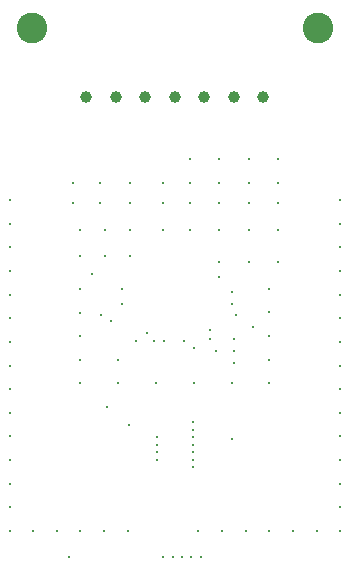
<source format=gbr>
%TF.GenerationSoftware,Altium Limited,Altium Designer,22.1.2 (22)*%
G04 Layer_Color=0*
%FSLAX26Y26*%
%MOIN*%
%TF.SameCoordinates,E27AF617-6D1A-405A-B533-5A9FBCB34AAC*%
%TF.FilePolarity,Positive*%
%TF.FileFunction,Plated,1,4,PTH,Drill*%
%TF.Part,Single*%
G01*
G75*
%TA.AperFunction,ComponentDrill*%
%ADD52C,0.039370*%
%TA.AperFunction,OtherDrill,Pad Free-1 (-476.378mil,1891.732mil)*%
%ADD53C,0.102362*%
%TA.AperFunction,OtherDrill,Pad Free-2 (476.378mil,1891.732mil)*%
%ADD54C,0.102362*%
%TA.AperFunction,ViaDrill,NotFilled*%
%ADD55C,0.007874*%
D52*
X-295276Y1663386D02*
D03*
X-196850D02*
D03*
X-98425D02*
D03*
X0D02*
D03*
X98425D02*
D03*
X196850D02*
D03*
X295276D02*
D03*
D53*
X-476378Y1891732D02*
D03*
D54*
X476378D02*
D03*
D55*
X472440Y216536D02*
D03*
X393700D02*
D03*
X314960D02*
D03*
X236220D02*
D03*
X157480D02*
D03*
X78740D02*
D03*
X-157481D02*
D03*
X-236221D02*
D03*
X-314961D02*
D03*
X-393701D02*
D03*
X-472441D02*
D03*
X551181Y1318898D02*
D03*
Y1240158D02*
D03*
Y1161417D02*
D03*
Y1082677D02*
D03*
Y1003937D02*
D03*
Y925197D02*
D03*
Y846457D02*
D03*
Y767717D02*
D03*
Y688977D02*
D03*
Y610237D02*
D03*
Y531497D02*
D03*
Y452757D02*
D03*
Y374016D02*
D03*
Y295276D02*
D03*
Y216536D02*
D03*
X-551181D02*
D03*
Y295276D02*
D03*
Y374016D02*
D03*
Y452757D02*
D03*
Y531497D02*
D03*
Y610237D02*
D03*
Y688977D02*
D03*
Y767717D02*
D03*
Y846457D02*
D03*
Y925197D02*
D03*
Y1003937D02*
D03*
Y1082677D02*
D03*
Y1161417D02*
D03*
Y1240158D02*
D03*
Y1318898D02*
D03*
X-354331Y129095D02*
D03*
X-152953Y570866D02*
D03*
X189764Y522500D02*
D03*
X204724Y935039D02*
D03*
X-213386Y915354D02*
D03*
X-277165Y1072835D02*
D03*
X61024Y554646D02*
D03*
X61041Y529663D02*
D03*
X61024Y504626D02*
D03*
X-225590Y629921D02*
D03*
X-314960Y942975D02*
D03*
Y1023622D02*
D03*
X-247244Y935039D02*
D03*
X-61024Y504626D02*
D03*
Y529646D02*
D03*
Y479606D02*
D03*
Y454606D02*
D03*
X-7874Y129095D02*
D03*
X-39370D02*
D03*
X259055Y895669D02*
D03*
X62992Y708662D02*
D03*
X65000Y825000D02*
D03*
X118110Y885315D02*
D03*
Y856299D02*
D03*
X137795Y816929D02*
D03*
X61024Y429606D02*
D03*
Y579646D02*
D03*
Y454606D02*
D03*
Y479606D02*
D03*
X-35000Y850394D02*
D03*
X-94488Y875984D02*
D03*
X-68898Y850394D02*
D03*
X-130000D02*
D03*
X-188976Y787402D02*
D03*
X-177165Y974409D02*
D03*
X-314960Y1131923D02*
D03*
X-177165Y1023622D02*
D03*
X-314960Y866142D02*
D03*
Y787402D02*
D03*
X-314961Y708662D02*
D03*
X-188976D02*
D03*
X-62992D02*
D03*
X188976D02*
D03*
X196850Y777559D02*
D03*
Y816929D02*
D03*
Y856299D02*
D03*
X190000Y974409D02*
D03*
Y1013779D02*
D03*
X314960Y708662D02*
D03*
X314961Y787402D02*
D03*
Y866142D02*
D03*
Y944882D02*
D03*
X29528Y850394D02*
D03*
X147638Y1062992D02*
D03*
X342520Y1114173D02*
D03*
X314961Y1023622D02*
D03*
X246063Y1114173D02*
D03*
X147638D02*
D03*
X342520Y1456693D02*
D03*
X246063D02*
D03*
X147638D02*
D03*
X49213Y1220489D02*
D03*
X-232283Y1131923D02*
D03*
X-149606D02*
D03*
X-39370Y1377953D02*
D03*
X-149606D02*
D03*
X-314960Y1220489D02*
D03*
X23622Y129095D02*
D03*
X86614D02*
D03*
X55118D02*
D03*
X342520Y1220489D02*
D03*
Y1377953D02*
D03*
Y1309055D02*
D03*
X49213Y1456693D02*
D03*
Y1377953D02*
D03*
Y1309055D02*
D03*
X246063D02*
D03*
Y1377953D02*
D03*
X147638D02*
D03*
Y1309055D02*
D03*
Y1220489D02*
D03*
X246063D02*
D03*
X-39370Y1309055D02*
D03*
Y1220489D02*
D03*
X-248031Y1377953D02*
D03*
X-338583D02*
D03*
X-149606Y1309055D02*
D03*
X-248031D02*
D03*
X-338583D02*
D03*
X-232283Y1220489D02*
D03*
X-149606D02*
D03*
%TF.MD5,b8748f39f7eeeb67aa6d4fc51ec6169f*%
M02*

</source>
